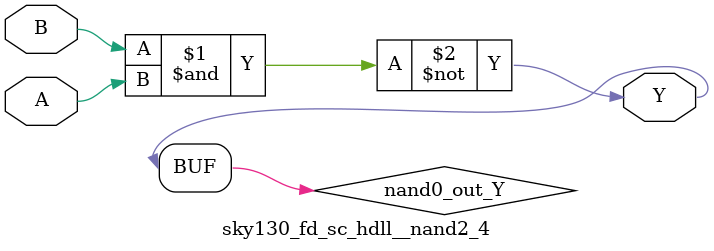
<source format=v>
/*
 * Copyright 2020 The SkyWater PDK Authors
 *
 * Licensed under the Apache License, Version 2.0 (the "License");
 * you may not use this file except in compliance with the License.
 * You may obtain a copy of the License at
 *
 *     https://www.apache.org/licenses/LICENSE-2.0
 *
 * Unless required by applicable law or agreed to in writing, software
 * distributed under the License is distributed on an "AS IS" BASIS,
 * WITHOUT WARRANTIES OR CONDITIONS OF ANY KIND, either express or implied.
 * See the License for the specific language governing permissions and
 * limitations under the License.
 *
 * SPDX-License-Identifier: Apache-2.0
*/


`ifndef SKY130_FD_SC_HDLL__NAND2_4_FUNCTIONAL_V
`define SKY130_FD_SC_HDLL__NAND2_4_FUNCTIONAL_V

/**
 * nand2: 2-input NAND.
 *
 * Verilog simulation functional model.
 */

`timescale 1ns / 1ps
`default_nettype none

`celldefine
module sky130_fd_sc_hdll__nand2_4 (
    Y,
    A,
    B
);

    // Module ports
    output Y;
    input  A;
    input  B;

    // Local signals
    wire nand0_out_Y;

    //   Name   Output       Other arguments
    nand nand0 (nand0_out_Y, B, A           );
    buf  buf0  (Y          , nand0_out_Y    );

endmodule
`endcelldefine

`default_nettype wire
`endif  // SKY130_FD_SC_HDLL__NAND2_4_FUNCTIONAL_V

</source>
